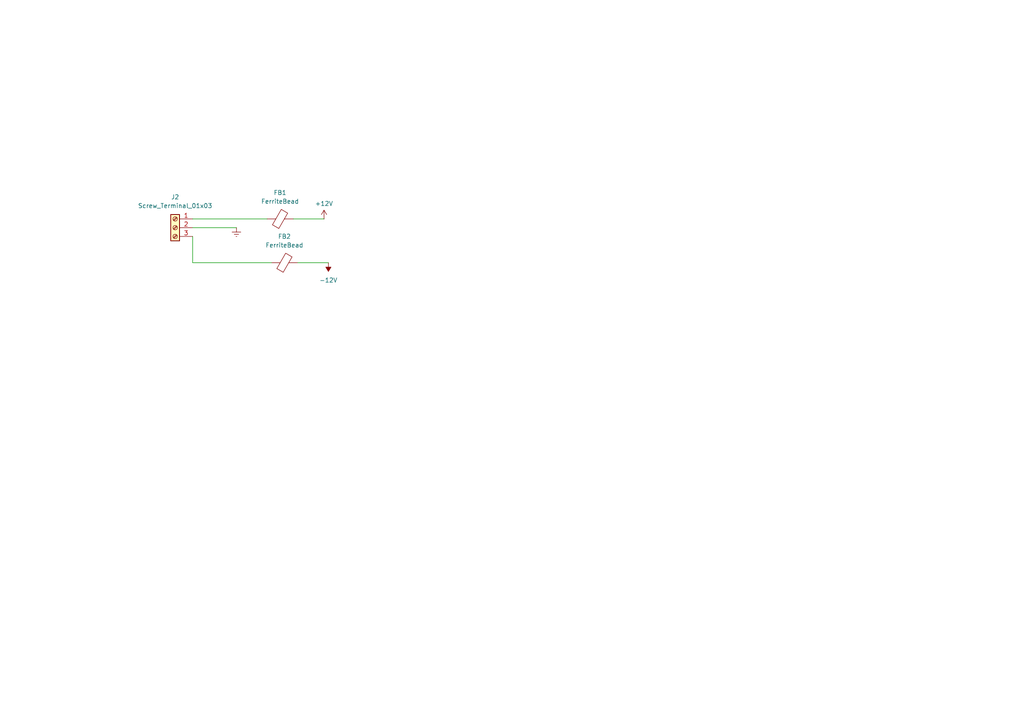
<source format=kicad_sch>
(kicad_sch (version 20231120) (generator "eeschema") (generator_version "8.0")
  (paper "A4")
  (lib_symbols
    (symbol "Connector:Screw_Terminal_01x03" (pin_names (offset 1.016) hide)
      (property "Reference" "J" (at 0 5.08 0))
      (property "Value" "Screw_Terminal_01x03" (at 0 -5.08 0))
      (symbol "Screw_Terminal_01x03_1_1"
        (rectangle (start -1.27 3.81) (end 1.27 -3.81) (stroke (width 0.254)) (fill (type background)))
        (circle (center 0 -2.54) (radius 0.635) (stroke (width 0.1524)))
        (polyline (pts (xy -0.5334 -2.2098) (xy 0.3302 -3.048)) (stroke (width 0.1524)))
        (polyline (pts (xy -0.5334 0.3302) (xy 0.3302 -0.508)) (stroke (width 0.1524)))
        (polyline (pts (xy -0.5334 2.8702) (xy 0.3302 2.032)) (stroke (width 0.1524)))
        (polyline (pts (xy -0.3556 -2.032) (xy 0.508 -2.8702)) (stroke (width 0.1524)))
        (polyline (pts (xy -0.3556 0.508) (xy 0.508 -0.3302)) (stroke (width 0.1524)))
        (polyline (pts (xy -0.3556 3.048) (xy 0.508 2.2098)) (stroke (width 0.1524)))
        (circle (center 0 0) (radius 0.635) (stroke (width 0.1524)))
        (circle (center 0 2.54) (radius 0.635) (stroke (width 0.1524)))
        (pin passive line (at -5.08 2.54 0) (length 3.81) (name "Pin_1") (number "1"))
        (pin passive line (at -5.08 0 0) (length 3.81) (name "Pin_2") (number "2"))
        (pin passive line (at -5.08 -2.54 0) (length 3.81) (name "Pin_3") (number "3"))
      )
    )
    (symbol "Device:FerriteBead" (pin_numbers hide) (pin_names (offset 0))
      (property "Reference" "FB" (at -3.81 0.635 90))
      (property "Value" "FerriteBead" (at 3.81 0 90))
      (symbol "FerriteBead_0_1"
        (polyline (pts (xy 0 -1.27) (xy 0 -1.2192)))
        (polyline (pts (xy 0 1.27) (xy 0 1.2954)))
        (polyline (pts (xy -2.7686 0.4064) (xy -1.7018 2.2606) (xy 2.7686 -0.3048) (xy 1.6764 -2.159) (xy -2.7686 0.4064)))
      )
      (symbol "FerriteBead_1_1"
        (pin passive line (at 0 3.81 270) (length 2.54) (name "~") (number "1"))
        (pin passive line (at 0 -3.81 90) (length 2.54) (name "~") (number "2"))
      )
    )
    (symbol "power:+12V" (power) (pin_numbers hide) (pin_names (offset 0) hide)
      (property "Value" "+12V" (at 0 3.556 0))
      (symbol "+12V_0_1"
        (polyline (pts (xy -0.762 1.27) (xy 0 2.54)))
        (polyline (pts (xy 0 0) (xy 0 2.54)))
        (polyline (pts (xy 0 2.54) (xy 0.762 1.27)))
      )
      (symbol "+12V_1_1"
        (pin power_in line (at 0 0 90) (length 0) (name "~") (number "1"))
      )
    )
    (symbol "power:-12V" (power) (pin_numbers hide) (pin_names (offset 0) hide)
      (property "Value" "-12V" (at 0 3.556 0))
      (symbol "-12V_0_0"
        (pin power_in line (at 0 0 90) (length 0) (name "~") (number "1"))
      )
      (symbol "-12V_0_1"
        (polyline (pts (xy 0 0) (xy 0 1.27) (xy 0.762 1.27) (xy 0 2.54) (xy -0.762 1.27) (xy 0 1.27)) (fill (type outline)))
      )
    )
    (symbol "power:Earth" (power) (pin_numbers hide) (pin_names (offset 0) hide)
      (property "Value" "Earth" (at 0 -3.81 0))
      (symbol "Earth_0_1"
        (polyline (pts (xy -0.635 -1.905) (xy 0.635 -1.905)))
        (polyline (pts (xy -0.127 -2.54) (xy 0.127 -2.54)))
        (polyline (pts (xy 0 -1.27) (xy 0 0)))
        (polyline (pts (xy 1.27 -1.27) (xy -1.27 -1.27)))
      )
      (symbol "Earth_1_1"
        (pin power_in line (at 0 0 270) (length 0) (name "~") (number "1"))
      )
    )
  )
  (wire (pts (xy 55.88 66.04) (xy 68.58 66.04)))
  (wire (pts (xy 85.09 63.5) (xy 93.98 63.5)))
  (wire (pts (xy 55.88 63.5) (xy 77.47 63.5)))
  (wire (pts (xy 55.88 76.2) (xy 78.74 76.2)))
  (wire (pts (xy 86.36 76.2) (xy 95.25 76.2)))
  (wire (pts (xy 55.88 76.2) (xy 55.88 68.58)))
  (symbol (lib_id "Connector:Screw_Terminal_01x03") (at 50.8 66.04 0) (mirror y) (unit 1)
    (property "Reference" "J2" (at 50.8 57.15 0))
    (property "Value" "Screw_Terminal_01x03" (at 50.8 59.69 0))
    (property "Description" "Generic screw terminal, single row, 01x03, script generated (kicad-library-utils/schlib/autogen/connector/)" (effects (hide yes)))
  )
  (symbol (lib_id "power:Earth") (at 68.58 66.04 0) (unit 1)
    (property "Reference" "#PWR02" (effects (hide yes)))
    (property "Value" "GND" (effects (hide yes)))
  )
  (symbol (lib_id "Device:FerriteBead") (at 82.55 76.2 90) (unit 1)
    (property "Reference" "FB2" (at 82.4992 68.58 90))
    (property "Value" "FerriteBead" (at 82.4992 71.12 90))
    (property "Description" "Ferrite bead" (effects (hide yes)))
  )
  (symbol (lib_id "power:+12V") (at 93.98 63.5 0) (unit 1)
    (property "Reference" "#PWR024" (effects (hide yes)))
    (property "Value" "+12V" (at 93.98 59.055 0))
    (property "Description" "Power symbol creates a global label with name \"+12V\"" (effects (hide yes)))
  )
  (symbol (lib_id "power:-12V") (at 95.25 76.2 180) (unit 1)
    (property "Reference" "#PWR05" (effects (hide yes)))
    (property "Value" "-12V" (at 95.25 81.28 0))
    (property "Description" "Power symbol creates a global label with name \"-12V\"" (effects (hide yes)))
  )
  (symbol (lib_id "Device:FerriteBead") (at 81.28 63.5 90) (unit 1)
    (property "Reference" "FB1" (at 81.2292 55.88 90))
    (property "Value" "FerriteBead" (at 81.2292 58.42 90))
    (property "Description" "Ferrite bead" (effects (hide yes)))
  )
)
</source>
